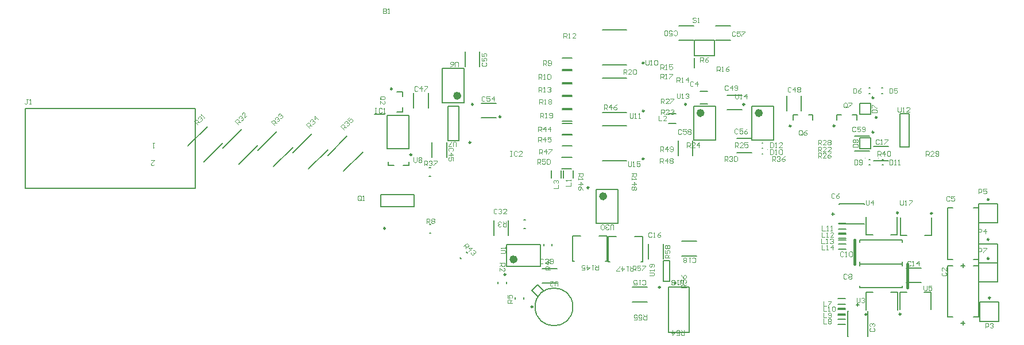
<source format=gbr>
%TF.GenerationSoftware,Altium Limited,Altium Designer,22.2.1 (43)*%
G04 Layer_Color=65535*
%FSLAX45Y45*%
%MOMM*%
%TF.SameCoordinates,3546A09D-0AB3-465C-A5BE-671B47EBA127*%
%TF.FilePolarity,Positive*%
%TF.FileFunction,Legend,Top*%
%TF.Part,Single*%
G01*
G75*
%TA.AperFunction,NonConductor*%
%ADD71C,0.20000*%
%ADD72C,0.10000*%
%ADD82C,0.25000*%
%ADD83C,0.60000*%
%ADD84C,0.15000*%
%ADD85C,0.40000*%
%ADD86C,0.12700*%
D71*
X15210001Y3210000D02*
X15489999D01*
X15489999Y2930000D02*
Y3210000D01*
X15210001Y2930000D02*
X15489999D01*
X15210001Y2930000D02*
Y3210000D01*
X15189999Y2991000D02*
Y3751000D01*
X14730000Y2991000D02*
X14806000D01*
X15114000Y2991000D02*
X15189999Y2991000D01*
X14729999Y3751000D02*
X14730000Y2991000D01*
X14729999Y3751000D02*
X14806000Y3751000D01*
X15114000D02*
X15189999Y3751000D01*
X14960001Y2870999D02*
Y2931000D01*
X14929999Y2901000D02*
X14989999Y2901000D01*
X14030000Y3100000D02*
Y3360000D01*
X14129999Y3360000D01*
X14489999D02*
X14489999Y3100000D01*
X14389999Y3360000D02*
X14489999D01*
X13114999Y2880000D02*
X13225000D01*
X13114999Y3021100D02*
X13225000D01*
X13114999Y2960000D02*
X13225000D01*
X13114999Y3101100D02*
X13225000D01*
X13114999Y3040000D02*
X13225000D01*
X13114999Y3181100D02*
X13225000D01*
X13115001Y3120000D02*
X13225000D01*
X13114999Y3261100D02*
X13225000D01*
X13260001Y2710000D02*
Y3079999D01*
X13553999D02*
X13560001Y3079999D01*
X13260001Y3079999D02*
X13266000Y3079999D01*
X13560001Y2710000D02*
Y3079999D01*
X13553999Y2710000D02*
X13560001D01*
X13260001D02*
X13266000D01*
X13407500Y3194999D02*
X13407500Y3152499D01*
X13386082Y3173133D02*
X13428584Y3173132D01*
X13534032Y3095583D02*
Y3355583D01*
X13629031D01*
X13994031Y3095583D02*
Y3355583D01*
X13899030Y3355583D02*
X13994031Y3355583D01*
X13435001Y3775000D02*
X13435001Y3747500D01*
X14064999Y3775000D02*
X14064999Y3747500D01*
X13435001Y3425000D02*
Y3452500D01*
X14064999Y3425000D02*
X14064999Y3452500D01*
X13435001Y3775000D02*
X14064999D01*
X13435001Y3425000D02*
X14064999Y3425000D01*
X14065001Y3775000D02*
Y3802500D01*
X13435001Y3774999D02*
Y3802499D01*
X14065001Y4097500D02*
Y4125000D01*
X13435001Y4097500D02*
X13435001Y4125000D01*
X13435001Y3774999D02*
X14065001Y3775000D01*
X13435001Y4125000D02*
X14065001Y4125000D01*
X13125000Y3990000D02*
X13235001D01*
X13125000Y4131100D02*
X13235001D01*
X13121194Y4068205D02*
X13231194D01*
X13121193Y4209305D02*
X13231194D01*
X13125000Y4150000D02*
X13235001D01*
X13125000Y4291100D02*
X13235001D01*
X13127669Y4229224D02*
X13237668D01*
X13127669Y4370325D02*
X13237668D01*
X10539216Y3516619D02*
X10539216Y3826619D01*
X10639216Y3516619D02*
Y3826619D01*
X10539216D02*
X10639216D01*
X10539216Y3516619D02*
X10639216Y3516619D01*
X10810000Y4107499D02*
X11030000Y4107500D01*
X10810000Y3892500D02*
X11030000Y3892500D01*
X10087858Y3431837D02*
X10307858Y3431838D01*
X10087858Y3216838D02*
X10307857D01*
X10619499Y2765064D02*
X10919499D01*
X10619499Y3435064D02*
X10919499D01*
X10919499Y2765064D01*
X10619499D02*
Y3435064D01*
X14120000Y3717500D02*
X14339999Y3717499D01*
X14120000Y3502500D02*
X14339999D01*
X7834282Y6686347D02*
X7834283Y6906347D01*
X7619283D02*
X7619283Y6686347D01*
X7855268Y5931369D02*
X8075268Y5931368D01*
X7855268Y6146368D02*
X8075268Y6146368D01*
X7077500Y6075000D02*
X7077500Y6295000D01*
X6862500D02*
X6862500Y6075000D01*
X7364260Y6096760D02*
X7524260D01*
X7364260Y5596760D02*
X7524260D01*
X7364260D02*
Y6096760D01*
X7524260Y5596760D02*
Y6096760D01*
X7092361Y4231698D02*
X7112361D01*
X7092361Y4356698D02*
X7112361D01*
X7090000Y5067500D02*
X7110000D01*
X7090000Y5192500D02*
X7110000D01*
X9712900Y3812900D02*
Y4187900D01*
X9207900Y3812900D02*
X9232900D01*
X9687900D02*
X9712900D01*
X9207900D02*
Y4187900D01*
X9322900D01*
X9597900D02*
X9712900D01*
X9554400Y4372700D02*
X9874400D01*
X9554400Y4872700D02*
X9874400D01*
Y4372700D02*
Y4872700D01*
X9554400Y4372700D02*
Y4872700D01*
X10237500Y3807500D02*
Y4182500D01*
X9732500Y3807500D02*
X9757500D01*
X10212500D02*
X10237500D01*
X9732500D02*
Y4182500D01*
X9847500D01*
X10122500D02*
X10237500D01*
X6375000Y4622097D02*
X6865000D01*
Y4797903D01*
X6375000D02*
X6865000D01*
X6375000Y4622097D02*
Y4797903D01*
X4563751Y5445222D02*
X4846594Y5728064D01*
X4797096Y5211877D02*
X5079939Y5494719D01*
X4048575Y5479321D02*
X4331418Y5762164D01*
X4281921Y5245976D02*
X4564763Y5528819D01*
X5078927Y5411123D02*
X5361770Y5693965D01*
X5312272Y5177777D02*
X5595115Y5460620D01*
X5594103Y5377023D02*
X5876945Y5659866D01*
X5827448Y5143678D02*
X6110291Y5426521D01*
X10770000Y7072500D02*
X10990000D01*
X10770000Y7287500D02*
X10990000D01*
X11310000Y7072500D02*
X11530000D01*
X11310000Y7287500D02*
X11530000D01*
X11000000Y6845000D02*
Y7075000D01*
X11300000D01*
Y6845000D02*
Y7075000D01*
X11000000Y6845000D02*
X11300000D01*
X11000000Y6670000D02*
Y6810000D01*
X10324216Y3846619D02*
X10324217Y4066619D01*
X10539216Y3846620D02*
X10539216Y4066620D01*
X15189999Y3790000D02*
Y4070000D01*
X15189999Y3790000D02*
X15470000D01*
Y4070000D01*
X15189999Y4070000D02*
X15470000D01*
X14929999Y3750000D02*
X14989999D01*
X14960001Y3720000D02*
Y3780000D01*
X15113998Y4600000D02*
X15189999Y4599999D01*
X14730000Y4600000D02*
X14806000D01*
X14730000Y3840000D02*
Y4600000D01*
X15113998Y3840000D02*
X15189999D01*
X14730000D02*
X14806000D01*
X15189999Y4599999D02*
X15189999Y3840000D01*
X13042574Y4488506D02*
X13042575Y4531005D01*
X13020708Y4509921D02*
X13063208Y4509922D01*
X13505708Y4362422D02*
Y4368422D01*
X13505708Y4656422D02*
X13505708Y4662422D01*
X13135709Y4662422D02*
X13505708Y4662422D01*
X13135709Y4362422D02*
Y4368422D01*
Y4656422D02*
Y4662422D01*
Y4362422D02*
X13505708D01*
X15189999Y4380000D02*
Y4660000D01*
X15189999Y4380000D02*
X15470000D01*
Y4660000D01*
X15189999Y4660000D02*
X15470000D01*
X13531502Y4203490D02*
X13631502Y4203491D01*
X13531502Y4203490D02*
Y4463490D01*
X13891502Y4203491D02*
X13991502D01*
X13991502Y4463490D02*
X13991502Y4203491D01*
X14034792Y4196393D02*
X14134790Y4196393D01*
X14034792Y4196393D02*
Y4456393D01*
X14394791Y4196393D02*
X14494791Y4196393D01*
X14494791Y4456393D02*
X14494791Y4196393D01*
X15189999Y3510000D02*
Y3790000D01*
X15189999Y3510000D02*
X15470000D01*
Y3790000D01*
X15189999Y3790000D02*
X15470000D01*
X12362500Y6035000D02*
Y6255000D01*
X12577500Y6035000D02*
Y6255000D01*
X7347500Y5345000D02*
Y5565000D01*
X7132500Y5345000D02*
Y5565000D01*
X13639999Y5507500D02*
X13860001D01*
X13639999Y5292500D02*
X13860001D01*
X9210000Y5045000D02*
Y5155000D01*
X9068900Y5045000D02*
Y5155000D01*
X8890000Y5045000D02*
Y5155000D01*
X9031100Y5045000D02*
Y5155000D01*
X8733500Y3742500D02*
Y4062500D01*
X8233500Y3742500D02*
Y4062500D01*
X8733500D01*
X8233500Y3742500D02*
X8733500D01*
X8230660Y3488860D02*
Y3508860D01*
X8105660Y3488860D02*
Y3508860D01*
X8486760Y4423360D02*
X8506760D01*
X8486760Y4298360D02*
X8506760D01*
X8903760Y4046060D02*
Y4066060D01*
X8778760Y4046060D02*
Y4066060D01*
X8357500Y3260000D02*
Y3280000D01*
X8482500Y3260000D02*
Y3280000D01*
X8688577Y3465833D02*
X8779157Y3375253D01*
X8605987Y3383243D02*
X8696567Y3292662D01*
X8605987Y3383243D02*
X8688577Y3465833D01*
X13767644Y5315362D02*
X13782443D01*
X13767644Y5235379D02*
X13782443D01*
X13574649Y5314688D02*
X13589449D01*
X13574649Y5234704D02*
X13589449D01*
X13761804Y6290902D02*
X13776604D01*
X13761804Y6370886D02*
X13776604D01*
X13574535Y6290888D02*
X13589334D01*
X13574535Y6370872D02*
X13589334D01*
X13434860Y6140660D02*
X13594859D01*
Y5984660D02*
Y6140660D01*
X13434860Y5984660D02*
Y6140660D01*
Y5984660D02*
X13594859D01*
X13434860Y5632660D02*
X13594859D01*
Y5476660D02*
Y5632660D01*
X13434860Y5476660D02*
Y5632660D01*
Y5476660D02*
X13594859D01*
X14031158Y5990410D02*
X14166962D01*
Y5499910D02*
Y5990410D01*
X14031158Y5499910D02*
X14166962D01*
X14031158D02*
Y5990410D01*
X13328160Y5976860D02*
X13394160D01*
Y5895360D02*
Y5976860D01*
X13102161D02*
X13168159D01*
X13102161Y5895360D02*
Y5976860D01*
X12680460Y5975260D02*
X12746460D01*
Y5893760D02*
Y5975260D01*
X12454460D02*
X12520460D01*
X12454460Y5893760D02*
Y5975260D01*
X11994817Y5483124D02*
X12009617D01*
X11994817Y5563108D02*
X12009617D01*
X11996160Y5480343D02*
X12010960D01*
X11996160Y5400360D02*
X12010960D01*
X10617269Y5987849D02*
X10727268D01*
X10617269Y5846749D02*
X10727268D01*
X9642803Y6713702D02*
X9997803D01*
X9642803Y7223702D02*
X9997803D01*
X9642803Y5299769D02*
X9997803D01*
X9642803Y5809769D02*
X9997803D01*
X9642803Y6006735D02*
X9997803D01*
X9642803Y6516735D02*
X9997803D01*
X9045015Y5176438D02*
X9190015D01*
X9045015Y5346438D02*
X9190015D01*
X9048113Y5514093D02*
X9193113D01*
X9048113Y5684093D02*
X9193113D01*
X9048673Y5679910D02*
X9193673D01*
X9048673Y5849910D02*
X9193673D01*
X9049303Y5880402D02*
X9194303D01*
X9049303Y6050402D02*
X9194303D01*
X9049303Y6070902D02*
X9194303D01*
X9049303Y6240902D02*
X9194303D01*
X9049303Y6261402D02*
X9194303D01*
X9049303Y6431402D02*
X9194303D01*
X9049303Y6642402D02*
X9194303D01*
X9049303Y6812402D02*
X9194303D01*
X9049303Y6451902D02*
X9194303D01*
X9049303Y6621902D02*
X9194303D01*
X6790000Y5230000D02*
Y5280000D01*
X6710000Y5230000D02*
X6790000D01*
X6490000D02*
Y5280000D01*
Y5230000D02*
X6570000D01*
X7548735Y3862877D02*
X7562877Y3848735D01*
X7637123Y3951265D02*
X7651265Y3937123D01*
X9050177Y5345782D02*
X9195177D01*
X9050177Y5515782D02*
X9195177D01*
X3766745Y5280075D02*
X4049588Y5562918D01*
X3533400Y5513420D02*
X3816242Y5796263D01*
X7284260Y6655560D02*
X7604260D01*
X7284260Y6155560D02*
X7604260D01*
X7284260D02*
Y6655560D01*
X7604260Y6155560D02*
Y6655560D01*
X6614960Y6311368D02*
X6696460D01*
Y6245368D02*
Y6311368D01*
X6614960Y6019368D02*
X6696460D01*
Y6085368D01*
X6283960Y5978868D02*
X6436460D01*
X6471460Y5475868D02*
Y5965868D01*
Y5475868D02*
X6791460D01*
Y5965868D01*
X6471460D02*
X6791460D01*
X8042500Y4415000D02*
X8042500Y4195000D01*
X8257500D02*
X8257500Y4415000D01*
X8760000Y3492500D02*
X8980000D01*
X8760000Y3707500D02*
X8980000D01*
X11480186Y6050975D02*
X11700186D01*
X11480186Y6265975D02*
X11700186D01*
X13360001Y5442500D02*
X13580000D01*
X13360001Y5657500D02*
X13580000D01*
X10977500Y5370000D02*
Y5590000D01*
X10762500Y5370000D02*
Y5590000D01*
X11625000Y5412500D02*
X11845000D01*
X11625000Y5627500D02*
X11845000D01*
X11084960Y6317760D02*
X11194960D01*
X11084960Y6137760D02*
X11194960D01*
X11850000Y5600000D02*
X12170000D01*
X11850000Y6100000D02*
X12170000D01*
Y5600000D02*
Y6100000D01*
X11850000Y5600000D02*
Y6100000D01*
X10989553Y5600851D02*
X11309553D01*
X10989553Y6100851D02*
X11309553D01*
Y5600851D02*
Y6100851D01*
X10989553Y5600851D02*
Y6100851D01*
D72*
X13710043Y5335378D02*
G03*
X13710043Y5335378I-5000J0D01*
G01*
X13517049Y5334704D02*
G03*
X13517049Y5334704I-5000J0D01*
G01*
X13844205Y6270886D02*
G03*
X13844205Y6270886I-5000J0D01*
G01*
X13656934Y6270872D02*
G03*
X13656934Y6270872I-5000J0D01*
G01*
X12077217Y5463108D02*
G03*
X12077217Y5463108I-5000J0D01*
G01*
X11938560Y5500360D02*
G03*
X11938560Y5500360I-5000J0D01*
G01*
X2990348Y5302200D02*
X3037000D01*
X2990348Y5255549D01*
Y5243886D01*
X3002011Y5232223D01*
X3025337D01*
X3037000Y5243886D01*
Y5557000D02*
X3013674D01*
X3025337D01*
Y5487022D01*
X3037000Y5498685D01*
X7016697Y5225011D02*
Y5294989D01*
X7051685D01*
X7063348Y5283326D01*
Y5260000D01*
X7051685Y5248337D01*
X7016697D01*
X7040022D02*
X7063348Y5225011D01*
X7086674Y5283326D02*
X7098337Y5294989D01*
X7121663D01*
X7133326Y5283326D01*
Y5271663D01*
X7121663Y5260000D01*
X7110000D01*
X7121663D01*
X7133326Y5248337D01*
Y5236674D01*
X7121663Y5225011D01*
X7098337D01*
X7086674Y5236674D01*
X7156652Y5294989D02*
X7203303D01*
Y5283326D01*
X7156652Y5236674D01*
Y5225011D01*
X7051685Y4375011D02*
Y4444989D01*
X7086674D01*
X7098337Y4433326D01*
Y4410000D01*
X7086674Y4398337D01*
X7051685D01*
X7075011D02*
X7098337Y4375011D01*
X7121663Y4433326D02*
X7133326Y4444989D01*
X7156652D01*
X7168315Y4433326D01*
Y4421663D01*
X7156652Y4410000D01*
X7168315Y4398337D01*
Y4386674D01*
X7156652Y4375011D01*
X7133326D01*
X7121663Y4386674D01*
Y4398337D01*
X7133326Y4410000D01*
X7121663Y4421663D01*
Y4433326D01*
X7133326Y4410000D02*
X7156652D01*
X6086460Y4725026D02*
Y4771678D01*
X6074797Y4783341D01*
X6051471D01*
X6039808Y4771678D01*
Y4725026D01*
X6051471Y4713363D01*
X6074797D01*
X6063134Y4736689D02*
X6086460Y4713363D01*
X6074797D02*
X6086460Y4725026D01*
X6109786Y4713363D02*
X6133111D01*
X6121449D01*
Y4783341D01*
X6109786Y4771678D01*
X11024532Y7396375D02*
X11012869Y7408038D01*
X10989543D01*
X10977880Y7396375D01*
Y7384712D01*
X10989543Y7373049D01*
X11012869D01*
X11024532Y7361386D01*
Y7349723D01*
X11012869Y7338060D01*
X10989543D01*
X10977880Y7349723D01*
X11047858Y7338060D02*
X11071183D01*
X11059520D01*
Y7408038D01*
X11047858Y7396375D01*
X11087100Y6751320D02*
Y6821298D01*
X11122089D01*
X11133752Y6809635D01*
Y6786309D01*
X11122089Y6774646D01*
X11087100D01*
X11110426D02*
X11133752Y6751320D01*
X11203729Y6821298D02*
X11180403Y6809635D01*
X11157078Y6786309D01*
Y6762983D01*
X11168740Y6751320D01*
X11192066D01*
X11203729Y6762983D01*
Y6774646D01*
X11192066Y6786309D01*
X11157078D01*
X10336727Y3599148D02*
X10395042D01*
X10406705Y3610811D01*
Y3634136D01*
X10395042Y3645799D01*
X10336727D01*
X10406705Y3669125D02*
Y3692451D01*
Y3680788D01*
X10336727D01*
X10348390Y3669125D01*
X10395042Y3727440D02*
X10406705Y3739103D01*
Y3762429D01*
X10395042Y3774092D01*
X10348390D01*
X10336727Y3762429D01*
Y3739103D01*
X10348390Y3727440D01*
X10360053D01*
X10371716Y3739103D01*
Y3774092D01*
X10837472Y3465011D02*
Y3523326D01*
X10825809Y3534989D01*
X10802483D01*
X10790820Y3523326D01*
Y3465011D01*
X10767494Y3534989D02*
X10744168D01*
X10755831D01*
Y3465011D01*
X10767494Y3476674D01*
X10709179D02*
X10697517Y3465011D01*
X10674191D01*
X10662528Y3476674D01*
Y3488337D01*
X10674191Y3500000D01*
X10662528Y3511663D01*
Y3523326D01*
X10674191Y3534989D01*
X10697517D01*
X10709179Y3523326D01*
Y3511663D01*
X10697517Y3500000D01*
X10709179Y3488337D01*
Y3476674D01*
X10697517Y3500000D02*
X10674191D01*
X14033501Y4710558D02*
Y4652243D01*
X14045163Y4640580D01*
X14068489D01*
X14080151Y4652243D01*
Y4710558D01*
X14103477Y4640580D02*
X14126804D01*
X14115140D01*
Y4710558D01*
X14103477Y4698895D01*
X14161792Y4710558D02*
X14208444D01*
Y4698895D01*
X14161792Y4652243D01*
Y4640580D01*
X14381685Y3454989D02*
Y3396674D01*
X14393349Y3385011D01*
X14416673D01*
X14428337Y3396674D01*
Y3454989D01*
X14498315D02*
X14451663D01*
Y3420000D01*
X14474989Y3431663D01*
X14486652D01*
X14498315Y3420000D01*
Y3396674D01*
X14486652Y3385011D01*
X14463326D01*
X14451663Y3396674D01*
X13528040Y4715638D02*
Y4657323D01*
X13539703Y4645660D01*
X13563029D01*
X13574692Y4657323D01*
Y4715638D01*
X13633006Y4645660D02*
Y4715638D01*
X13598018Y4680649D01*
X13644669D01*
X13391685Y3274989D02*
Y3216674D01*
X13403348Y3205011D01*
X13426674D01*
X13438338Y3216674D01*
Y3274989D01*
X13461662Y3263326D02*
X13473326Y3274989D01*
X13496652D01*
X13508315Y3263326D01*
Y3251663D01*
X13496652Y3240000D01*
X13484988D01*
X13496652D01*
X13508315Y3228337D01*
Y3216674D01*
X13496652Y3205011D01*
X13473326D01*
X13461662Y3216674D01*
X10636705Y3863316D02*
X10566727D01*
Y3898305D01*
X10578390Y3909968D01*
X10601716D01*
X10613379Y3898305D01*
Y3863316D01*
Y3886642D02*
X10636705Y3909968D01*
X10566727Y3979945D02*
Y3933294D01*
X10601716D01*
X10590053Y3956619D01*
Y3968282D01*
X10601716Y3979945D01*
X10625042D01*
X10636705Y3968282D01*
Y3944957D01*
X10625042Y3933294D01*
X10578390Y4003271D02*
X10566727Y4014934D01*
Y4038260D01*
X10578390Y4049923D01*
X10590053D01*
X10601716Y4038260D01*
X10613379Y4049923D01*
X10625042D01*
X10636705Y4038260D01*
Y4014934D01*
X10625042Y4003271D01*
X10613379D01*
X10601716Y4014934D01*
X10590053Y4003271D01*
X10578390D01*
X10601716Y4014934D02*
Y4038260D01*
X10090807Y3676704D02*
Y3746681D01*
X10125795D01*
X10137458Y3735018D01*
Y3711693D01*
X10125795Y3700030D01*
X10090807D01*
X10114132D02*
X10137458Y3676704D01*
X10207436Y3746681D02*
X10160784D01*
Y3711693D01*
X10184110Y3723356D01*
X10195773D01*
X10207436Y3711693D01*
Y3688367D01*
X10195773Y3676704D01*
X10172447D01*
X10160784Y3688367D01*
X10230762Y3746681D02*
X10277413D01*
Y3735018D01*
X10230762Y3688367D01*
Y3676704D01*
X10876705Y3423316D02*
X10806727D01*
Y3458305D01*
X10818390Y3469968D01*
X10841716D01*
X10853379Y3458305D01*
Y3423316D01*
Y3446642D02*
X10876705Y3469968D01*
X10806727Y3539945D02*
Y3493293D01*
X10841716D01*
X10830053Y3516619D01*
Y3528282D01*
X10841716Y3539945D01*
X10865042D01*
X10876705Y3528282D01*
Y3504956D01*
X10865042Y3493293D01*
X10806727Y3609923D02*
X10818390Y3586597D01*
X10841716Y3563271D01*
X10865042D01*
X10876705Y3574934D01*
Y3598260D01*
X10865042Y3609923D01*
X10853379D01*
X10841716Y3598260D01*
Y3563271D01*
X10293303Y3024989D02*
Y2955011D01*
X10258315D01*
X10246652Y2966674D01*
Y2990000D01*
X10258315Y3001663D01*
X10293303D01*
X10269977D02*
X10246652Y3024989D01*
X10176674Y2955011D02*
X10223326D01*
Y2990000D01*
X10200000Y2978337D01*
X10188337D01*
X10176674Y2990000D01*
Y3013326D01*
X10188337Y3024989D01*
X10211663D01*
X10223326Y3013326D01*
X10106697Y2955011D02*
X10153348D01*
Y2990000D01*
X10130022Y2978337D01*
X10118359D01*
X10106697Y2990000D01*
Y3013326D01*
X10118359Y3024989D01*
X10141685D01*
X10153348Y3013326D01*
X10850803Y2794988D02*
Y2725011D01*
X10815815D01*
X10804152Y2736674D01*
Y2760000D01*
X10815815Y2771662D01*
X10850803D01*
X10827477D02*
X10804152Y2794988D01*
X10734174Y2725011D02*
X10780826D01*
Y2760000D01*
X10757500Y2748337D01*
X10745837D01*
X10734174Y2760000D01*
Y2783325D01*
X10745837Y2794988D01*
X10769163D01*
X10780826Y2783325D01*
X10675860Y2794988D02*
Y2725011D01*
X10710848Y2760000D01*
X10664197D01*
X15189200Y3939540D02*
Y4009518D01*
X15224190D01*
X15235852Y3997855D01*
Y3974529D01*
X15224190Y3962866D01*
X15189200D01*
X15259178Y4009518D02*
X15305829D01*
Y3997855D01*
X15259178Y3951203D01*
Y3939540D01*
X15189200Y4810760D02*
Y4880738D01*
X15224190D01*
X15235852Y4869075D01*
Y4845749D01*
X15224190Y4834086D01*
X15189200D01*
X15305829Y4880738D02*
X15259178D01*
Y4845749D01*
X15282503Y4857412D01*
X15294167D01*
X15305829Y4845749D01*
Y4822423D01*
X15294167Y4810760D01*
X15270840D01*
X15259178Y4822423D01*
X15189200Y4221480D02*
Y4291458D01*
X15224190D01*
X15235852Y4279795D01*
Y4256469D01*
X15224190Y4244806D01*
X15189200D01*
X15294167Y4221480D02*
Y4291458D01*
X15259178Y4256469D01*
X15305829D01*
X15289577Y2829416D02*
Y2899394D01*
X15324565D01*
X15336227Y2887731D01*
Y2864405D01*
X15324565Y2852742D01*
X15289577D01*
X15359554Y2887731D02*
X15371217Y2899394D01*
X15394542D01*
X15406206Y2887731D01*
Y2876068D01*
X15394542Y2864405D01*
X15382880D01*
X15394542D01*
X15406206Y2852742D01*
Y2841079D01*
X15394542Y2829416D01*
X15371217D01*
X15359554Y2841079D01*
X12876335Y4051228D02*
Y3981251D01*
X12922987D01*
X12946312D02*
X12969638D01*
X12957974D01*
Y4051228D01*
X12946312Y4039565D01*
X13039616Y3981251D02*
Y4051228D01*
X13004626Y4016240D01*
X13051279D01*
X12872528Y4144989D02*
Y4075011D01*
X12919180D01*
X12942506D02*
X12965833D01*
X12954169D01*
Y4144989D01*
X12942506Y4133326D01*
X13000819D02*
X13012483Y4144989D01*
X13035809D01*
X13047472Y4133326D01*
Y4121663D01*
X13035809Y4110000D01*
X13024146D01*
X13035809D01*
X13047472Y4098337D01*
Y4086674D01*
X13035809Y4075011D01*
X13012483D01*
X13000819Y4086674D01*
X12876335Y4242339D02*
Y4172362D01*
X12922987D01*
X12946312D02*
X12969638D01*
X12957974D01*
Y4242339D01*
X12946312Y4230677D01*
X13051279Y4172362D02*
X13004626D01*
X13051279Y4219014D01*
Y4230677D01*
X13039616Y4242339D01*
X13016290D01*
X13004626Y4230677D01*
X12880666Y4337120D02*
Y4267142D01*
X12927318D01*
X12950642D02*
X12973969D01*
X12962306D01*
Y4337120D01*
X12950642Y4325457D01*
X13008958Y4267142D02*
X13032285D01*
X13020621D01*
Y4337120D01*
X13008958Y4325457D01*
X12902528Y3144989D02*
Y3075011D01*
X12949181D01*
X12972507D02*
X12995831D01*
X12984169D01*
Y3144989D01*
X12972507Y3133326D01*
X13030820D02*
X13042484Y3144989D01*
X13065810D01*
X13077472Y3133326D01*
Y3086674D01*
X13065810Y3075011D01*
X13042484D01*
X13030820Y3086674D01*
Y3133326D01*
X12901685Y3054989D02*
Y2985011D01*
X12948337D01*
X12971663Y2996674D02*
X12983327Y2985011D01*
X13006651D01*
X13018315Y2996674D01*
Y3043326D01*
X13006651Y3054989D01*
X12983327D01*
X12971663Y3043326D01*
Y3031663D01*
X12983327Y3020000D01*
X13018315D01*
X12901685Y2964989D02*
Y2895011D01*
X12948337D01*
X12971663Y2953326D02*
X12983327Y2964989D01*
X13006651D01*
X13018315Y2953326D01*
Y2941663D01*
X13006651Y2930000D01*
X13018315Y2918337D01*
Y2906674D01*
X13006651Y2895011D01*
X12983327D01*
X12971663Y2906674D01*
Y2918337D01*
X12983327Y2930000D01*
X12971663Y2941663D01*
Y2953326D01*
X12983327Y2930000D02*
X13006651D01*
X12901685Y3224989D02*
Y3155011D01*
X12948337D01*
X12971663Y3224989D02*
X13018315D01*
Y3213326D01*
X12971663Y3166674D01*
Y3155011D01*
X10965820Y3806674D02*
X10977483Y3795011D01*
X11000809D01*
X11012472Y3806674D01*
Y3853326D01*
X11000809Y3864988D01*
X10977483D01*
X10965820Y3853326D01*
X10942494Y3864988D02*
X10919168D01*
X10930831D01*
Y3795011D01*
X10942494Y3806674D01*
X10884180D02*
X10872517Y3795011D01*
X10849191D01*
X10837528Y3806674D01*
Y3818337D01*
X10849191Y3830000D01*
X10837528Y3841663D01*
Y3853326D01*
X10849191Y3864988D01*
X10872517D01*
X10884180Y3853326D01*
Y3841663D01*
X10872517Y3830000D01*
X10884180Y3818337D01*
Y3806674D01*
X10872517Y3830000D02*
X10849191D01*
X10371752Y4226455D02*
X10360089Y4238118D01*
X10336763D01*
X10325100Y4226455D01*
Y4179803D01*
X10336763Y4168140D01*
X10360089D01*
X10371752Y4179803D01*
X10395078Y4168140D02*
X10418403D01*
X10406740D01*
Y4238118D01*
X10395078Y4226455D01*
X10500044Y4238118D02*
X10476718Y4226455D01*
X10453392Y4203129D01*
Y4179803D01*
X10465055Y4168140D01*
X10488381D01*
X10500044Y4179803D01*
Y4191466D01*
X10488381Y4203129D01*
X10453392D01*
X10230820Y3476674D02*
X10242483Y3465011D01*
X10265809D01*
X10277471Y3476674D01*
Y3523326D01*
X10265809Y3534989D01*
X10242483D01*
X10230820Y3523326D01*
X10207494Y3534989D02*
X10184168D01*
X10195831D01*
Y3465011D01*
X10207494Y3476674D01*
X10102528Y3465011D02*
X10149179D01*
Y3500000D01*
X10125854Y3488337D01*
X10114191D01*
X10102528Y3500000D01*
Y3523326D01*
X10114191Y3534989D01*
X10137516D01*
X10149179Y3523326D01*
X14189180Y3803326D02*
X14177518Y3814989D01*
X14154192D01*
X14142528Y3803326D01*
Y3756674D01*
X14154192Y3745011D01*
X14177518D01*
X14189180Y3756674D01*
X14212506Y3745011D02*
X14235832D01*
X14224168D01*
Y3814989D01*
X14212506Y3803326D01*
X14305809Y3745011D02*
Y3814989D01*
X14270821Y3780000D01*
X14317471D01*
X13199181Y3943326D02*
X13187517Y3954989D01*
X13164191D01*
X13152528Y3943326D01*
Y3896674D01*
X13164191Y3885011D01*
X13187517D01*
X13199181Y3896674D01*
X13222507Y3885011D02*
X13245831D01*
X13234169D01*
Y3954989D01*
X13222507Y3943326D01*
X13280820D02*
X13292484Y3954989D01*
X13315810D01*
X13327472Y3943326D01*
Y3896674D01*
X13315810Y3885011D01*
X13292484D01*
X13280820Y3896674D01*
Y3943326D01*
X13248337Y3613326D02*
X13236674Y3624989D01*
X13213348D01*
X13201685Y3613326D01*
Y3566674D01*
X13213348Y3555011D01*
X13236674D01*
X13248337Y3566674D01*
X13271663Y3613326D02*
X13283327Y3624989D01*
X13306651D01*
X13318314Y3613326D01*
Y3601663D01*
X13306651Y3590000D01*
X13318314Y3578337D01*
Y3566674D01*
X13306651Y3555011D01*
X13283327D01*
X13271663Y3566674D01*
Y3578337D01*
X13283327Y3590000D01*
X13271663Y3601663D01*
Y3613326D01*
X13283327Y3590000D02*
X13306651D01*
X13066692Y4803035D02*
X13055029Y4814698D01*
X13031703D01*
X13020039Y4803035D01*
Y4756383D01*
X13031703Y4744720D01*
X13055029D01*
X13066692Y4756383D01*
X13136668Y4814698D02*
X13113342Y4803035D01*
X13090018Y4779709D01*
Y4756383D01*
X13101680Y4744720D01*
X13125006D01*
X13136668Y4756383D01*
Y4768046D01*
X13125006Y4779709D01*
X13090018D01*
X14763412Y4762395D02*
X14751749Y4774058D01*
X14728423D01*
X14716760Y4762395D01*
Y4715743D01*
X14728423Y4704080D01*
X14751749D01*
X14763412Y4715743D01*
X14833389Y4774058D02*
X14786739D01*
Y4739069D01*
X14810063Y4750732D01*
X14821725D01*
X14833389Y4739069D01*
Y4715743D01*
X14821725Y4704080D01*
X14798399D01*
X14786739Y4715743D01*
X13596674Y2828337D02*
X13585011Y2816674D01*
Y2793348D01*
X13596674Y2781686D01*
X13643326D01*
X13654988Y2793348D01*
Y2816674D01*
X13643326Y2828337D01*
X13596674Y2851663D02*
X13585011Y2863326D01*
Y2886652D01*
X13596674Y2898315D01*
X13608337D01*
X13620000Y2886652D01*
Y2874989D01*
Y2886652D01*
X13631664Y2898315D01*
X13643326D01*
X13654988Y2886652D01*
Y2863326D01*
X13643326Y2851663D01*
X14656674Y3648337D02*
X14645010Y3636674D01*
Y3613348D01*
X14656674Y3601685D01*
X14703326D01*
X14714989Y3613348D01*
Y3636674D01*
X14703326Y3648337D01*
X14714989Y3718314D02*
Y3671663D01*
X14668336Y3718314D01*
X14656674D01*
X14645010Y3706651D01*
Y3683326D01*
X14656674Y3671663D01*
X1174412Y6201538D02*
X1151086D01*
X1162749D01*
Y6143223D01*
X1151086Y6131560D01*
X1139423D01*
X1127760Y6143223D01*
X1197738Y6131560D02*
X1221063D01*
X1209400D01*
Y6201538D01*
X1197738Y6189875D01*
X8988474Y3449571D02*
Y3507886D01*
X8976811Y3519548D01*
X8953486D01*
X8941823Y3507886D01*
Y3449571D01*
X8871845Y3519548D02*
X8918497D01*
X8871845Y3472897D01*
Y3461234D01*
X8883508Y3449571D01*
X8906834D01*
X8918497Y3461234D01*
X8143711Y3932048D02*
X8202026D01*
X8213688Y3943711D01*
Y3967037D01*
X8202026Y3978700D01*
X8143711D01*
X8213688Y4002026D02*
Y4025352D01*
Y4013689D01*
X8143711D01*
X8155374Y4002026D01*
X8315288Y3200585D02*
X8245311D01*
Y3235574D01*
X8256974Y3247237D01*
X8280300D01*
X8291963Y3235574D01*
Y3200585D01*
Y3223911D02*
X8315288Y3247237D01*
X8245311Y3317214D02*
Y3270563D01*
X8280300D01*
X8268637Y3293889D01*
Y3305551D01*
X8280300Y3317214D01*
X8303626D01*
X8315288Y3305551D01*
Y3282226D01*
X8303626Y3270563D01*
X8876248Y3691345D02*
X8806271D01*
Y3726334D01*
X8817934Y3737997D01*
X8841259D01*
X8852922Y3726334D01*
Y3691345D01*
Y3714671D02*
X8876248Y3737997D01*
Y3796312D02*
X8806271D01*
X8841259Y3761323D01*
Y3807975D01*
X8223274Y4395848D02*
Y4325871D01*
X8188286D01*
X8176623Y4337534D01*
Y4360860D01*
X8188286Y4372523D01*
X8223274D01*
X8199949D02*
X8176623Y4395848D01*
X8153297Y4337534D02*
X8141634Y4325871D01*
X8118308D01*
X8106645Y4337534D01*
Y4349197D01*
X8118308Y4360860D01*
X8129971D01*
X8118308D01*
X8106645Y4372523D01*
Y4384186D01*
X8118308Y4395848D01*
X8141634D01*
X8153297Y4384186D01*
X8133171Y3785774D02*
X8203148D01*
Y3750785D01*
X8191485Y3739122D01*
X8168159D01*
X8156497Y3750785D01*
Y3785774D01*
Y3762448D02*
X8133171Y3739122D01*
Y3669145D02*
Y3715796D01*
X8179822Y3669145D01*
X8191485D01*
X8203148Y3680808D01*
Y3704134D01*
X8191485Y3715796D01*
X9807703Y4282911D02*
Y4341226D01*
X9796040Y4352889D01*
X9772714D01*
X9761051Y4341226D01*
Y4282911D01*
X9737725Y4294574D02*
X9726062Y4282911D01*
X9702736D01*
X9691074Y4294574D01*
Y4306237D01*
X9702736Y4317900D01*
X9714399D01*
X9702736D01*
X9691074Y4329563D01*
Y4341226D01*
X9702736Y4352889D01*
X9726062D01*
X9737725Y4341226D01*
X9667748Y4294574D02*
X9656085Y4282911D01*
X9632759D01*
X9621096Y4294574D01*
Y4341226D01*
X9632759Y4352889D01*
X9656085D01*
X9667748Y4341226D01*
Y4294574D01*
X6861685Y5344989D02*
Y5286674D01*
X6873348Y5275011D01*
X6896674D01*
X6908337Y5286674D01*
Y5344989D01*
X6931663Y5333326D02*
X6943326Y5344989D01*
X6966652D01*
X6978314Y5333326D01*
Y5321663D01*
X6966652Y5310000D01*
X6978314Y5298337D01*
Y5286674D01*
X6966652Y5275011D01*
X6943326D01*
X6931663Y5286674D01*
Y5298337D01*
X6943326Y5310000D01*
X6931663Y5321663D01*
Y5333326D01*
X6943326Y5310000D02*
X6966652D01*
X10073111Y5109761D02*
X10143089D01*
Y5074772D01*
X10131426Y5063109D01*
X10108100D01*
X10096437Y5074772D01*
Y5109761D01*
Y5086435D02*
X10073111Y5063109D01*
Y5039783D02*
Y5016457D01*
Y5028120D01*
X10143089D01*
X10131426Y5039783D01*
X10073111Y4946480D02*
X10143089D01*
X10108100Y4981469D01*
Y4934817D01*
X10131426Y4911491D02*
X10143089Y4899828D01*
Y4876502D01*
X10131426Y4864839D01*
X10119763D01*
X10108100Y4876502D01*
X10096437Y4864839D01*
X10084774D01*
X10073111Y4876502D01*
Y4899828D01*
X10084774Y4911491D01*
X10096437D01*
X10108100Y4899828D01*
X10119763Y4911491D01*
X10131426D01*
X10108100Y4899828D02*
Y4876502D01*
X10094761Y3737888D02*
Y3667911D01*
X10059772D01*
X10048109Y3679574D01*
Y3702899D01*
X10059772Y3714562D01*
X10094761D01*
X10071435D02*
X10048109Y3737888D01*
X10024783D02*
X10001457D01*
X10013120D01*
Y3667911D01*
X10024783Y3679574D01*
X9931480Y3737888D02*
Y3667911D01*
X9966469Y3702899D01*
X9919817D01*
X9896491Y3667911D02*
X9849839D01*
Y3679574D01*
X9896491Y3726225D01*
Y3737888D01*
X9285711Y5109761D02*
X9355689D01*
Y5074772D01*
X9344026Y5063109D01*
X9320700D01*
X9309037Y5074772D01*
Y5109761D01*
Y5086435D02*
X9285711Y5063109D01*
Y5039783D02*
Y5016457D01*
Y5028120D01*
X9355689D01*
X9344026Y5039783D01*
X9285711Y4946480D02*
X9355689D01*
X9320700Y4981469D01*
Y4934817D01*
X9355689Y4864839D02*
X9344026Y4888165D01*
X9320700Y4911491D01*
X9297374D01*
X9285711Y4899828D01*
Y4876502D01*
X9297374Y4864839D01*
X9309037D01*
X9320700Y4876502D01*
Y4911491D01*
X9582860Y3755989D02*
Y3686011D01*
X9547872D01*
X9536209Y3697674D01*
Y3721000D01*
X9547872Y3732663D01*
X9582860D01*
X9559535D02*
X9536209Y3755989D01*
X9512883D02*
X9489557D01*
X9501220D01*
Y3686011D01*
X9512883Y3697674D01*
X9419580Y3755989D02*
Y3686011D01*
X9454568Y3721000D01*
X9407917D01*
X9337939Y3686011D02*
X9384591D01*
Y3721000D01*
X9361265Y3709337D01*
X9349602D01*
X9337939Y3721000D01*
Y3744326D01*
X9349602Y3755989D01*
X9372928D01*
X9384591Y3744326D01*
X8684311Y5249161D02*
Y5319139D01*
X8719300D01*
X8730963Y5307476D01*
Y5284150D01*
X8719300Y5272487D01*
X8684311D01*
X8707637D02*
X8730963Y5249161D01*
X8800940Y5319139D02*
X8754289D01*
Y5284150D01*
X8777615Y5295813D01*
X8789278D01*
X8800940Y5284150D01*
Y5260824D01*
X8789278Y5249161D01*
X8765952D01*
X8754289Y5260824D01*
X8824266Y5307476D02*
X8835929Y5319139D01*
X8859255D01*
X8870918Y5307476D01*
Y5260824D01*
X8859255Y5249161D01*
X8835929D01*
X8824266Y5260824D01*
Y5307476D01*
X8729531Y5930413D02*
Y6000391D01*
X8764520D01*
X8776183Y5988728D01*
Y5965402D01*
X8764520Y5953739D01*
X8729531D01*
X8752857D02*
X8776183Y5930413D01*
X8799508D02*
X8822834D01*
X8811171D01*
Y6000391D01*
X8799508Y5988728D01*
X8857823Y5942076D02*
X8869486Y5930413D01*
X8892812D01*
X8904475Y5942076D01*
Y5988728D01*
X8892812Y6000391D01*
X8869486D01*
X8857823Y5988728D01*
Y5977065D01*
X8869486Y5965402D01*
X8904475D01*
X8716831Y6133613D02*
Y6203591D01*
X8751820D01*
X8763483Y6191928D01*
Y6168602D01*
X8751820Y6156939D01*
X8716831D01*
X8740157D02*
X8763483Y6133613D01*
X8786808D02*
X8810134D01*
X8798471D01*
Y6203591D01*
X8786808Y6191928D01*
X8845123D02*
X8856786Y6203591D01*
X8880112D01*
X8891775Y6191928D01*
Y6180265D01*
X8880112Y6168602D01*
X8891775Y6156939D01*
Y6145276D01*
X8880112Y6133613D01*
X8856786D01*
X8845123Y6145276D01*
Y6156939D01*
X8856786Y6168602D01*
X8845123Y6180265D01*
Y6191928D01*
X8856786Y6168602D02*
X8880112D01*
X8704131Y6311413D02*
Y6381391D01*
X8739120D01*
X8750783Y6369728D01*
Y6346402D01*
X8739120Y6334739D01*
X8704131D01*
X8727457D02*
X8750783Y6311413D01*
X8774108D02*
X8797434D01*
X8785771D01*
Y6381391D01*
X8774108Y6369728D01*
X8832423D02*
X8844086Y6381391D01*
X8867412D01*
X8879075Y6369728D01*
Y6358065D01*
X8867412Y6346402D01*
X8855749D01*
X8867412D01*
X8879075Y6334739D01*
Y6323076D01*
X8867412Y6311413D01*
X8844086D01*
X8832423Y6323076D01*
X8704131Y6501913D02*
Y6571891D01*
X8739120D01*
X8750783Y6560228D01*
Y6536902D01*
X8739120Y6525239D01*
X8704131D01*
X8727457D02*
X8750783Y6501913D01*
X8774108D02*
X8797434D01*
X8785771D01*
Y6571891D01*
X8774108Y6560228D01*
X8832423D02*
X8844086Y6571891D01*
X8867412D01*
X8879075Y6560228D01*
Y6513576D01*
X8867412Y6501913D01*
X8844086D01*
X8832423Y6513576D01*
Y6560228D01*
X8771388Y6705113D02*
Y6775091D01*
X8806377D01*
X8818040Y6763428D01*
Y6740102D01*
X8806377Y6728439D01*
X8771388D01*
X8794714D02*
X8818040Y6705113D01*
X8841366Y6716776D02*
X8853029Y6705113D01*
X8876354D01*
X8888017Y6716776D01*
Y6763428D01*
X8876354Y6775091D01*
X8853029D01*
X8841366Y6763428D01*
Y6751765D01*
X8853029Y6740102D01*
X8888017D01*
X6288951Y6072248D02*
X6312277D01*
X6300614D01*
Y6002271D01*
X6288951D01*
X6312277D01*
X6393917Y6060586D02*
X6382254Y6072248D01*
X6358928D01*
X6347265Y6060586D01*
Y6013934D01*
X6358928Y6002271D01*
X6382254D01*
X6393917Y6013934D01*
X6417243Y6002271D02*
X6440569D01*
X6428906D01*
Y6072248D01*
X6417243Y6060586D01*
X8283888Y5437248D02*
X8307214D01*
X8295551D01*
Y5367271D01*
X8283888D01*
X8307214D01*
X8388854Y5425586D02*
X8377191Y5437248D01*
X8353865D01*
X8342203Y5425586D01*
Y5378934D01*
X8353865Y5367271D01*
X8377191D01*
X8388854Y5378934D01*
X8458832Y5367271D02*
X8412180D01*
X8458832Y5413923D01*
Y5425586D01*
X8447169Y5437248D01*
X8423843D01*
X8412180Y5425586D01*
X10023788Y5284848D02*
Y5226534D01*
X10035451Y5214871D01*
X10058777D01*
X10070440Y5226534D01*
Y5284848D01*
X10093765Y5214871D02*
X10117091D01*
X10105428D01*
Y5284848D01*
X10093765Y5273186D01*
X10198732Y5284848D02*
X10152080D01*
Y5249860D01*
X10175406Y5261523D01*
X10187069D01*
X10198732Y5249860D01*
Y5226534D01*
X10187069Y5214871D01*
X10163743D01*
X10152080Y5226534D01*
X11602720Y6282818D02*
Y6224503D01*
X11614383Y6212840D01*
X11637709D01*
X11649372Y6224503D01*
Y6282818D01*
X11672698Y6212840D02*
X11696023D01*
X11684360D01*
Y6282818D01*
X11672698Y6271155D01*
X11766001Y6212840D02*
Y6282818D01*
X11731012Y6247829D01*
X11777664D01*
X10741660Y6285358D02*
Y6227043D01*
X10753323Y6215380D01*
X10776649D01*
X10788312Y6227043D01*
Y6285358D01*
X10811638Y6215380D02*
X10834963D01*
X10823300D01*
Y6285358D01*
X10811638Y6273695D01*
X10869952D02*
X10881615Y6285358D01*
X10904941D01*
X10916604Y6273695D01*
Y6262032D01*
X10904941Y6250369D01*
X10893278D01*
X10904941D01*
X10916604Y6238706D01*
Y6227043D01*
X10904941Y6215380D01*
X10881615D01*
X10869952Y6227043D01*
X13998888Y6084948D02*
Y6026634D01*
X14010551Y6014971D01*
X14033878D01*
X14045540Y6026634D01*
Y6084948D01*
X14068864Y6014971D02*
X14092191D01*
X14080528D01*
Y6084948D01*
X14068864Y6073286D01*
X14173833Y6014971D02*
X14127180D01*
X14173833Y6061623D01*
Y6073286D01*
X14162169Y6084948D01*
X14138843D01*
X14127180Y6073286D01*
X10048151Y5996048D02*
Y5937734D01*
X10059814Y5926071D01*
X10083140D01*
X10094803Y5937734D01*
Y5996048D01*
X10118128Y5926071D02*
X10141454D01*
X10129791D01*
Y5996048D01*
X10118128Y5984386D01*
X10176443Y5926071D02*
X10199769D01*
X10188106D01*
Y5996048D01*
X10176443Y5984386D01*
X10281031Y6780691D02*
Y6722376D01*
X10292694Y6710713D01*
X10316020D01*
X10327683Y6722376D01*
Y6780691D01*
X10351009Y6710713D02*
X10374334D01*
X10362671D01*
Y6780691D01*
X10351009Y6769028D01*
X10409323D02*
X10420986Y6780691D01*
X10444312D01*
X10455975Y6769028D01*
Y6722376D01*
X10444312Y6710713D01*
X10420986D01*
X10409323Y6722376D01*
Y6769028D01*
X7489874Y5506971D02*
Y5565286D01*
X7478211Y5576948D01*
X7454886D01*
X7443223Y5565286D01*
Y5506971D01*
X7419897D02*
X7373245D01*
Y5518634D01*
X7419897Y5565286D01*
Y5576948D01*
X7518315Y6685011D02*
Y6743326D01*
X7506652Y6754989D01*
X7483326D01*
X7471663Y6743326D01*
Y6685011D01*
X7401685D02*
X7425011Y6696674D01*
X7448337Y6720000D01*
Y6743326D01*
X7436674Y6754989D01*
X7413348D01*
X7401685Y6743326D01*
Y6731663D01*
X7413348Y6720000D01*
X7448337D01*
X10497797Y5435011D02*
Y5504989D01*
X10532785D01*
X10544448Y5493326D01*
Y5470000D01*
X10532785Y5458337D01*
X10497797D01*
X10521122D02*
X10544448Y5435011D01*
X10602763D02*
Y5504989D01*
X10567774Y5470000D01*
X10614426D01*
X10637752Y5446674D02*
X10649415Y5435011D01*
X10672740D01*
X10684403Y5446674D01*
Y5493326D01*
X10672740Y5504989D01*
X10649415D01*
X10637752Y5493326D01*
Y5481663D01*
X10649415Y5470000D01*
X10684403D01*
X10495605Y5263305D02*
Y5333283D01*
X10530594D01*
X10542257Y5321620D01*
Y5298294D01*
X10530594Y5286631D01*
X10495605D01*
X10518931D02*
X10542257Y5263305D01*
X10600572D02*
Y5333283D01*
X10565583Y5298294D01*
X10612235D01*
X10635560Y5321620D02*
X10647223Y5333283D01*
X10670549D01*
X10682212Y5321620D01*
Y5309957D01*
X10670549Y5298294D01*
X10682212Y5286631D01*
Y5274968D01*
X10670549Y5263305D01*
X10647223D01*
X10635560Y5274968D01*
Y5286631D01*
X10647223Y5298294D01*
X10635560Y5309957D01*
Y5321620D01*
X10647223Y5298294D02*
X10670549D01*
X9669780Y6052820D02*
Y6122798D01*
X9704769D01*
X9716432Y6111135D01*
Y6087809D01*
X9704769Y6076146D01*
X9669780D01*
X9693106D02*
X9716432Y6052820D01*
X9774746D02*
Y6122798D01*
X9739758Y6087809D01*
X9786409D01*
X9856387Y6122798D02*
X9833061Y6111135D01*
X9809735Y6087809D01*
Y6064483D01*
X9821398Y6052820D01*
X9844724D01*
X9856387Y6064483D01*
Y6076146D01*
X9844724Y6087809D01*
X9809735D01*
X13700957Y5367271D02*
Y5437248D01*
X13735945D01*
X13747607Y5425586D01*
Y5402260D01*
X13735945Y5390597D01*
X13700957D01*
X13724281D02*
X13747607Y5367271D01*
X13805923D02*
Y5437248D01*
X13770934Y5402260D01*
X13817586D01*
X13840910Y5425586D02*
X13852574Y5437248D01*
X13875900D01*
X13887563Y5425586D01*
Y5378934D01*
X13875900Y5367271D01*
X13852574D01*
X13840910Y5378934D01*
Y5425586D01*
X12148477Y5290252D02*
Y5360229D01*
X12183466D01*
X12195129Y5348566D01*
Y5325240D01*
X12183466Y5313577D01*
X12148477D01*
X12171803D02*
X12195129Y5290252D01*
X12218454Y5348566D02*
X12230117Y5360229D01*
X12253443D01*
X12265106Y5348566D01*
Y5336903D01*
X12253443Y5325240D01*
X12241780D01*
X12253443D01*
X12265106Y5313577D01*
Y5301914D01*
X12253443Y5290252D01*
X12230117D01*
X12218454Y5301914D01*
X12335084Y5360229D02*
X12311758Y5348566D01*
X12288432Y5325240D01*
Y5301914D01*
X12300095Y5290252D01*
X12323421D01*
X12335084Y5301914D01*
Y5313577D01*
X12323421Y5325240D01*
X12288432D01*
X11444056Y5291071D02*
Y5361048D01*
X11479045D01*
X11490708Y5349386D01*
Y5326060D01*
X11479045Y5314397D01*
X11444056D01*
X11467382D02*
X11490708Y5291071D01*
X11514034Y5349386D02*
X11525697Y5361048D01*
X11549023D01*
X11560686Y5349386D01*
Y5337723D01*
X11549023Y5326060D01*
X11537360D01*
X11549023D01*
X11560686Y5314397D01*
Y5302734D01*
X11549023Y5291071D01*
X11525697D01*
X11514034Y5302734D01*
X11584011Y5349386D02*
X11595674Y5361048D01*
X11619000D01*
X11630663Y5349386D01*
Y5302734D01*
X11619000Y5291071D01*
X11595674D01*
X11584011Y5302734D01*
Y5349386D01*
X14412157Y5367271D02*
Y5437248D01*
X14447145D01*
X14458807Y5425586D01*
Y5402260D01*
X14447145Y5390597D01*
X14412157D01*
X14435481D02*
X14458807Y5367271D01*
X14528786D02*
X14482133D01*
X14528786Y5413923D01*
Y5425586D01*
X14517123Y5437248D01*
X14493797D01*
X14482133Y5425586D01*
X14552110Y5378934D02*
X14563774Y5367271D01*
X14587100D01*
X14598763Y5378934D01*
Y5425586D01*
X14587100Y5437248D01*
X14563774D01*
X14552110Y5425586D01*
Y5413923D01*
X14563774Y5402260D01*
X14598763D01*
X12824657Y5532371D02*
Y5602348D01*
X12859645D01*
X12871307Y5590686D01*
Y5567360D01*
X12859645Y5555697D01*
X12824657D01*
X12847981D02*
X12871307Y5532371D01*
X12941286D02*
X12894633D01*
X12941286Y5579023D01*
Y5590686D01*
X12929623Y5602348D01*
X12906297D01*
X12894633Y5590686D01*
X12964610D02*
X12976274Y5602348D01*
X12999600D01*
X13011263Y5590686D01*
Y5579023D01*
X12999600Y5567360D01*
X13011263Y5555697D01*
Y5544034D01*
X12999600Y5532371D01*
X12976274D01*
X12964610Y5544034D01*
Y5555697D01*
X12976274Y5567360D01*
X12964610Y5579023D01*
Y5590686D01*
X12976274Y5567360D02*
X12999600D01*
X10507571Y6141421D02*
Y6211399D01*
X10542560D01*
X10554222Y6199736D01*
Y6176410D01*
X10542560Y6164747D01*
X10507571D01*
X10530897D02*
X10554222Y6141421D01*
X10624200D02*
X10577548D01*
X10624200Y6188073D01*
Y6199736D01*
X10612537Y6211399D01*
X10589211D01*
X10577548Y6199736D01*
X10647526Y6211399D02*
X10694177D01*
Y6199736D01*
X10647526Y6153084D01*
Y6141421D01*
X12824657Y5341871D02*
Y5411848D01*
X12859645D01*
X12871307Y5400186D01*
Y5376860D01*
X12859645Y5365197D01*
X12824657D01*
X12847981D02*
X12871307Y5341871D01*
X12941286D02*
X12894633D01*
X12941286Y5388523D01*
Y5400186D01*
X12929623Y5411848D01*
X12906297D01*
X12894633Y5400186D01*
X13011263Y5411848D02*
X12987936Y5400186D01*
X12964610Y5376860D01*
Y5353534D01*
X12976274Y5341871D01*
X12999600D01*
X13011263Y5353534D01*
Y5365197D01*
X12999600Y5376860D01*
X12964610D01*
X11600156Y5494271D02*
Y5564248D01*
X11635145D01*
X11646808Y5552586D01*
Y5529260D01*
X11635145Y5517597D01*
X11600156D01*
X11623482D02*
X11646808Y5494271D01*
X11716786D02*
X11670134D01*
X11716786Y5540923D01*
Y5552586D01*
X11705123Y5564248D01*
X11681797D01*
X11670134Y5552586D01*
X11786763Y5564248D02*
X11740111D01*
Y5529260D01*
X11763437Y5540923D01*
X11775100D01*
X11786763Y5529260D01*
Y5505934D01*
X11775100Y5494271D01*
X11751774D01*
X11740111Y5505934D01*
X10890556Y5494271D02*
Y5564248D01*
X10925545D01*
X10937208Y5552586D01*
Y5529260D01*
X10925545Y5517597D01*
X10890556D01*
X10913882D02*
X10937208Y5494271D01*
X11007186D02*
X10960534D01*
X11007186Y5540923D01*
Y5552586D01*
X10995523Y5564248D01*
X10972197D01*
X10960534Y5552586D01*
X11065500Y5494271D02*
Y5564248D01*
X11030511Y5529260D01*
X11077163D01*
X10508938Y5982657D02*
Y6052634D01*
X10543927D01*
X10555590Y6040971D01*
Y6017646D01*
X10543927Y6005983D01*
X10508938D01*
X10532264D02*
X10555590Y5982657D01*
X10625568D02*
X10578916D01*
X10625568Y6029308D01*
Y6040971D01*
X10613905Y6052634D01*
X10590579D01*
X10578916Y6040971D01*
X10648893D02*
X10660556Y6052634D01*
X10683882D01*
X10695545Y6040971D01*
Y6029308D01*
X10683882Y6017646D01*
X10672219D01*
X10683882D01*
X10695545Y6005983D01*
Y5994320D01*
X10683882Y5982657D01*
X10660556D01*
X10648893Y5994320D01*
X12824657Y5430771D02*
Y5500748D01*
X12859645D01*
X12871307Y5489086D01*
Y5465760D01*
X12859645Y5454097D01*
X12824657D01*
X12847981D02*
X12871307Y5430771D01*
X12941286D02*
X12894633D01*
X12941286Y5477423D01*
Y5489086D01*
X12929623Y5500748D01*
X12906297D01*
X12894633Y5489086D01*
X13011263Y5430771D02*
X12964610D01*
X13011263Y5477423D01*
Y5489086D01*
X12999600Y5500748D01*
X12976274D01*
X12964610Y5489086D01*
X9954456Y6573771D02*
Y6643748D01*
X9989445D01*
X10001108Y6632086D01*
Y6608760D01*
X9989445Y6597097D01*
X9954456D01*
X9977782D02*
X10001108Y6573771D01*
X10071086D02*
X10024434D01*
X10071086Y6620423D01*
Y6632086D01*
X10059423Y6643748D01*
X10036097D01*
X10024434Y6632086D01*
X10094411D02*
X10106074Y6643748D01*
X10129400D01*
X10141063Y6632086D01*
Y6585434D01*
X10129400Y6573771D01*
X10106074D01*
X10094411Y6585434D01*
Y6632086D01*
X10500245Y6507092D02*
Y6577070D01*
X10535233D01*
X10546896Y6565407D01*
Y6542081D01*
X10535233Y6530418D01*
X10500245D01*
X10523571D02*
X10546896Y6507092D01*
X10570222D02*
X10593548D01*
X10581885D01*
Y6577070D01*
X10570222Y6565407D01*
X10628537Y6577070D02*
X10675188D01*
Y6565407D01*
X10628537Y6518755D01*
Y6507092D01*
X11333480Y6614160D02*
Y6684138D01*
X11368469D01*
X11380132Y6672475D01*
Y6649149D01*
X11368469Y6637486D01*
X11333480D01*
X11356806D02*
X11380132Y6614160D01*
X11403458D02*
X11426783D01*
X11415120D01*
Y6684138D01*
X11403458Y6672475D01*
X11508424Y6684138D02*
X11485098Y6672475D01*
X11461772Y6649149D01*
Y6625823D01*
X11473435Y6614160D01*
X11496761D01*
X11508424Y6625823D01*
Y6637486D01*
X11496761Y6649149D01*
X11461772D01*
X10501128Y6645011D02*
Y6714989D01*
X10536117D01*
X10547780Y6703326D01*
Y6680000D01*
X10536117Y6668337D01*
X10501128D01*
X10524454D02*
X10547780Y6645011D01*
X10571106D02*
X10594432D01*
X10582769D01*
Y6714989D01*
X10571106Y6703326D01*
X10676072Y6714989D02*
X10629420D01*
Y6680000D01*
X10652746Y6691663D01*
X10664409D01*
X10676072Y6680000D01*
Y6656674D01*
X10664409Y6645011D01*
X10641083D01*
X10629420Y6656674D01*
X10740028Y6455011D02*
Y6524989D01*
X10775017D01*
X10786680Y6513326D01*
Y6490000D01*
X10775017Y6478337D01*
X10740028D01*
X10763354D02*
X10786680Y6455011D01*
X10810006D02*
X10833331D01*
X10821668D01*
Y6524989D01*
X10810006Y6513326D01*
X10903309Y6455011D02*
Y6524989D01*
X10868320Y6490000D01*
X10914972D01*
X9072880Y7106920D02*
Y7176898D01*
X9107869D01*
X9119532Y7165235D01*
Y7141909D01*
X9107869Y7130246D01*
X9072880D01*
X9096206D02*
X9119532Y7106920D01*
X9142858D02*
X9166183D01*
X9154520D01*
Y7176898D01*
X9142858Y7165235D01*
X9247824Y7106920D02*
X9201172D01*
X9247824Y7153572D01*
Y7165235D01*
X9236161Y7176898D01*
X9212835D01*
X9201172Y7165235D01*
X8711874Y5395793D02*
Y5465771D01*
X8746863D01*
X8758526Y5454108D01*
Y5430782D01*
X8746863Y5419119D01*
X8711874D01*
X8735200D02*
X8758526Y5395793D01*
X8816840D02*
Y5465771D01*
X8781851Y5430782D01*
X8828503D01*
X8851829Y5465771D02*
X8898481D01*
Y5454108D01*
X8851829Y5407456D01*
Y5395793D01*
X8697109Y5576804D02*
Y5646782D01*
X8732098D01*
X8743761Y5635119D01*
Y5611793D01*
X8732098Y5600130D01*
X8697109D01*
X8720435D02*
X8743761Y5576804D01*
X8802076D02*
Y5646782D01*
X8767087Y5611793D01*
X8813739D01*
X8883716Y5646782D02*
X8837064D01*
Y5611793D01*
X8860390Y5623456D01*
X8872053D01*
X8883716Y5611793D01*
Y5588467D01*
X8872053Y5576804D01*
X8848727D01*
X8837064Y5588467D01*
X8697669Y5729921D02*
Y5799899D01*
X8732658D01*
X8744321Y5788236D01*
Y5764910D01*
X8732658Y5753247D01*
X8697669D01*
X8720995D02*
X8744321Y5729921D01*
X8802636D02*
Y5799899D01*
X8767647Y5764910D01*
X8814299D01*
X8872613Y5729921D02*
Y5799899D01*
X8837624Y5764910D01*
X8884276D01*
X7599086Y4031037D02*
X7648568Y4080518D01*
X7673309Y4055778D01*
Y4039284D01*
X7656815Y4022790D01*
X7640321D01*
X7615580Y4047531D01*
X7632074Y4031037D02*
Y3998049D01*
X7673309Y3956815D02*
X7722790Y4006296D01*
X7673309D01*
X7706297Y3973308D01*
X7739284D02*
X7755778D01*
X7772272Y3956815D01*
Y3940321D01*
X7764025Y3932074D01*
X7747531D01*
X7739284Y3940321D01*
X7747531Y3932074D01*
Y3915580D01*
X7739284Y3907333D01*
X7722790D01*
X7706297Y3923827D01*
Y3940321D01*
X5836362Y5755556D02*
X5786880Y5805037D01*
X5811621Y5829778D01*
X5828115D01*
X5844609Y5813285D01*
Y5796791D01*
X5819868Y5772050D01*
X5836362Y5788544D02*
X5869349D01*
X5844609Y5846272D02*
Y5862766D01*
X5861103Y5879260D01*
X5877596D01*
X5885843Y5871013D01*
Y5854519D01*
X5877596Y5846272D01*
X5885843Y5854519D01*
X5902337D01*
X5910584Y5846272D01*
Y5829778D01*
X5894090Y5813285D01*
X5877596D01*
X5918831Y5936988D02*
X5885843Y5904001D01*
X5910584Y5879260D01*
X5918831Y5904001D01*
X5927078Y5912248D01*
X5943572D01*
X5960066Y5895754D01*
Y5879260D01*
X5943572Y5862766D01*
X5927078D01*
X5328362Y5780956D02*
X5278880Y5830437D01*
X5303621Y5855178D01*
X5320115D01*
X5336609Y5838685D01*
Y5822191D01*
X5311868Y5797450D01*
X5328362Y5813944D02*
X5361349D01*
X5336609Y5871672D02*
Y5888166D01*
X5353103Y5904660D01*
X5369596D01*
X5377843Y5896413D01*
Y5879919D01*
X5369596Y5871672D01*
X5377843Y5879919D01*
X5394337D01*
X5402584Y5871672D01*
Y5855178D01*
X5386090Y5838685D01*
X5369596D01*
X5452066Y5904660D02*
X5402584Y5954142D01*
Y5904660D01*
X5435572Y5937648D01*
X4807662Y5819056D02*
X4758180Y5868537D01*
X4782921Y5893278D01*
X4799415D01*
X4815909Y5876785D01*
Y5860291D01*
X4791168Y5835550D01*
X4807662Y5852044D02*
X4840649D01*
X4815909Y5909772D02*
Y5926266D01*
X4832403Y5942760D01*
X4848896D01*
X4857143Y5934513D01*
Y5918019D01*
X4848896Y5909772D01*
X4857143Y5918019D01*
X4873637D01*
X4881884Y5909772D01*
Y5893278D01*
X4865390Y5876785D01*
X4848896D01*
X4865390Y5959254D02*
Y5975748D01*
X4881884Y5992242D01*
X4898378D01*
X4906625Y5983994D01*
Y5967501D01*
X4898378Y5959254D01*
X4906625Y5967501D01*
X4923119D01*
X4931366Y5959254D01*
Y5942760D01*
X4914872Y5926266D01*
X4898378D01*
X4274262Y5831756D02*
X4224780Y5881237D01*
X4249521Y5905978D01*
X4266015D01*
X4282509Y5889485D01*
Y5872991D01*
X4257768Y5848250D01*
X4274262Y5864744D02*
X4307249D01*
X4282509Y5922472D02*
Y5938966D01*
X4299003Y5955460D01*
X4315496D01*
X4323743Y5947213D01*
Y5930719D01*
X4315496Y5922472D01*
X4323743Y5930719D01*
X4340237D01*
X4348484Y5922472D01*
Y5905978D01*
X4331990Y5889485D01*
X4315496D01*
X4406213Y5963707D02*
X4373225Y5930719D01*
Y5996694D01*
X4364978Y6004942D01*
X4348484D01*
X4331990Y5988448D01*
Y5971954D01*
X3672909Y5827303D02*
X3623427Y5876784D01*
X3648168Y5901525D01*
X3664662D01*
X3681155Y5885031D01*
Y5868537D01*
X3656415Y5843796D01*
X3672909Y5860290D02*
X3705896D01*
X3681155Y5918019D02*
Y5934513D01*
X3697649Y5951006D01*
X3714143D01*
X3722390Y5942760D01*
Y5926266D01*
X3714143Y5918019D01*
X3722390Y5926266D01*
X3738884D01*
X3747131Y5918019D01*
Y5901525D01*
X3730637Y5885031D01*
X3714143D01*
X3771872Y5926266D02*
X3788366Y5942760D01*
X3780119Y5934513D01*
X3730637Y5983994D01*
Y5967500D01*
X13249197Y6091734D02*
Y6138385D01*
X13237534Y6150048D01*
X13214207D01*
X13202545Y6138385D01*
Y6091734D01*
X13214207Y6080071D01*
X13237534D01*
X13225871Y6103397D02*
X13249197Y6080071D01*
X13237534D02*
X13249197Y6091734D01*
X13272523Y6150048D02*
X13319174D01*
Y6138385D01*
X13272523Y6091734D01*
Y6080071D01*
X12588337Y5686674D02*
Y5733326D01*
X12576674Y5744989D01*
X12553348D01*
X12541685Y5733326D01*
Y5686674D01*
X12553348Y5675011D01*
X12576674D01*
X12565011Y5698337D02*
X12588337Y5675011D01*
X12576674D02*
X12588337Y5686674D01*
X12658315Y5744989D02*
X12634989Y5733326D01*
X12611663Y5710000D01*
Y5686674D01*
X12623326Y5675011D01*
X12646652D01*
X12658315Y5686674D01*
Y5698337D01*
X12646652Y5710000D01*
X12611663D01*
X6376674Y6201663D02*
X6423326D01*
X6434989Y6213326D01*
Y6236651D01*
X6423326Y6248314D01*
X6376674D01*
X6365011Y6236651D01*
Y6213326D01*
X6388337Y6224989D02*
X6365011Y6201663D01*
Y6213326D02*
X6376674Y6201663D01*
X6365011Y6131685D02*
Y6178337D01*
X6411663Y6131685D01*
X6423326D01*
X6434989Y6143348D01*
Y6166674D01*
X6423326Y6178337D01*
X8925011Y4893685D02*
X8994989D01*
Y4940337D01*
X8936674Y4963663D02*
X8925011Y4975326D01*
Y4998652D01*
X8936674Y5010315D01*
X8948337D01*
X8960000Y4998652D01*
Y4986989D01*
Y4998652D01*
X8971663Y5010315D01*
X8983326D01*
X8994989Y4998652D01*
Y4975326D01*
X8983326Y4963663D01*
X10472045Y5957948D02*
Y5887971D01*
X10518697D01*
X10588674D02*
X10542023D01*
X10588674Y5934623D01*
Y5946286D01*
X10577011Y5957948D01*
X10553686D01*
X10542023Y5946286D01*
X9105011Y4926348D02*
X9174989D01*
Y4973000D01*
Y4996326D02*
Y5019651D01*
Y5007988D01*
X9105011D01*
X9116674Y4996326D01*
X12119288Y5564248D02*
Y5494271D01*
X12154277D01*
X12165940Y5505934D01*
Y5552586D01*
X12154277Y5564248D01*
X12119288D01*
X12189265Y5494271D02*
X12212591D01*
X12200928D01*
Y5564248D01*
X12189265Y5552586D01*
X12294232Y5494271D02*
X12247580D01*
X12294232Y5540923D01*
Y5552586D01*
X12282569Y5564248D01*
X12259243D01*
X12247580Y5552586D01*
X13877034Y5310367D02*
Y5240390D01*
X13912022D01*
X13923686Y5252053D01*
Y5298704D01*
X13912022Y5310367D01*
X13877034D01*
X13947012Y5240390D02*
X13970338D01*
X13958675D01*
Y5310367D01*
X13947012Y5298704D01*
X14005327Y5240390D02*
X14028651D01*
X14016989D01*
Y5310367D01*
X14005327Y5298704D01*
X12119288Y5462648D02*
Y5392671D01*
X12154277D01*
X12165940Y5404334D01*
Y5450986D01*
X12154277Y5462648D01*
X12119288D01*
X12189265Y5392671D02*
X12212591D01*
X12200928D01*
Y5462648D01*
X12189265Y5450986D01*
X12247580D02*
X12259243Y5462648D01*
X12282569D01*
X12294232Y5450986D01*
Y5404334D01*
X12282569Y5392671D01*
X12259243D01*
X12247580Y5404334D01*
Y5450986D01*
X13358633Y5309693D02*
Y5239715D01*
X13393623D01*
X13405286Y5251378D01*
Y5298030D01*
X13393623Y5309693D01*
X13358633D01*
X13428612Y5251378D02*
X13440276Y5239715D01*
X13463600D01*
X13475262Y5251378D01*
Y5298030D01*
X13463600Y5309693D01*
X13440276D01*
X13428612Y5298030D01*
Y5286367D01*
X13440276Y5274704D01*
X13475262D01*
X13340170Y5496345D02*
X13410149D01*
Y5531334D01*
X13398486Y5542997D01*
X13351834D01*
X13340170Y5531334D01*
Y5496345D01*
X13351834Y5566323D02*
X13340170Y5577986D01*
Y5601311D01*
X13351834Y5612974D01*
X13363496D01*
X13375160Y5601311D01*
X13386823Y5612974D01*
X13398486D01*
X13410149Y5601311D01*
Y5577986D01*
X13398486Y5566323D01*
X13386823D01*
X13375160Y5577986D01*
X13363496Y5566323D01*
X13351834D01*
X13375160Y5577986D02*
Y5601311D01*
X13619571Y6004345D02*
X13689548D01*
Y6039334D01*
X13677885Y6050997D01*
X13631235D01*
X13619571Y6039334D01*
Y6004345D01*
Y6074323D02*
Y6120974D01*
X13631235D01*
X13677885Y6074323D01*
X13689548D01*
X13342245Y6364348D02*
Y6294371D01*
X13377234D01*
X13388898Y6306034D01*
Y6352686D01*
X13377234Y6364348D01*
X13342245D01*
X13458875D02*
X13435548Y6352686D01*
X13412222Y6329360D01*
Y6306034D01*
X13423886Y6294371D01*
X13447211D01*
X13458875Y6306034D01*
Y6317697D01*
X13447211Y6329360D01*
X13412222D01*
X13875645Y6364348D02*
Y6294371D01*
X13910634D01*
X13922298Y6306034D01*
Y6352686D01*
X13910634Y6364348D01*
X13875645D01*
X13992274D02*
X13945622D01*
Y6329360D01*
X13968948Y6341023D01*
X13980611D01*
X13992274Y6329360D01*
Y6306034D01*
X13980611Y6294371D01*
X13957286D01*
X13945622Y6306034D01*
X13376572Y5786015D02*
X13364909Y5797678D01*
X13341583D01*
X13329919Y5786015D01*
Y5739363D01*
X13341583Y5727700D01*
X13364909D01*
X13376572Y5739363D01*
X13446548Y5797678D02*
X13399898D01*
Y5762689D01*
X13423222Y5774352D01*
X13434886D01*
X13446548Y5762689D01*
Y5739363D01*
X13434886Y5727700D01*
X13411560D01*
X13399898Y5739363D01*
X13469875D02*
X13481538Y5727700D01*
X13504865D01*
X13516527Y5739363D01*
Y5786015D01*
X13504865Y5797678D01*
X13481538D01*
X13469875Y5786015D01*
Y5774352D01*
X13481538Y5762689D01*
X13516527D01*
X10808632Y5747915D02*
X10796969Y5759578D01*
X10773643D01*
X10761980Y5747915D01*
Y5701263D01*
X10773643Y5689600D01*
X10796969D01*
X10808632Y5701263D01*
X10878609Y5759578D02*
X10831958D01*
Y5724589D01*
X10855283Y5736252D01*
X10866946D01*
X10878609Y5724589D01*
Y5701263D01*
X10866946Y5689600D01*
X10843620D01*
X10831958Y5701263D01*
X10901935Y5747915D02*
X10913598Y5759578D01*
X10936924D01*
X10948587Y5747915D01*
Y5736252D01*
X10936924Y5724589D01*
X10948587Y5712926D01*
Y5701263D01*
X10936924Y5689600D01*
X10913598D01*
X10901935Y5701263D01*
Y5712926D01*
X10913598Y5724589D01*
X10901935Y5736252D01*
Y5747915D01*
X10913598Y5724589D02*
X10936924D01*
X11603348Y7193326D02*
X11591685Y7204989D01*
X11568360D01*
X11556697Y7193326D01*
Y7146674D01*
X11568360Y7135011D01*
X11591685D01*
X11603348Y7146674D01*
X11673326Y7204989D02*
X11626674D01*
Y7170000D01*
X11650000Y7181663D01*
X11661663D01*
X11673326Y7170000D01*
Y7146674D01*
X11661663Y7135011D01*
X11638337D01*
X11626674Y7146674D01*
X11696652Y7204989D02*
X11743303D01*
Y7193326D01*
X11696652Y7146674D01*
Y7135011D01*
X11641752Y5755535D02*
X11630089Y5767198D01*
X11606763D01*
X11595100Y5755535D01*
Y5708883D01*
X11606763Y5697220D01*
X11630089D01*
X11641752Y5708883D01*
X11711729Y5767198D02*
X11665078D01*
Y5732209D01*
X11688403Y5743872D01*
X11700066D01*
X11711729Y5732209D01*
Y5708883D01*
X11700066Y5697220D01*
X11676740D01*
X11665078Y5708883D01*
X11781707Y5767198D02*
X11758381Y5755535D01*
X11735055Y5732209D01*
Y5708883D01*
X11746718Y5697220D01*
X11770044D01*
X11781707Y5708883D01*
Y5720546D01*
X11770044Y5732209D01*
X11735055D01*
X7876674Y6743348D02*
X7865011Y6731685D01*
Y6708359D01*
X7876674Y6696697D01*
X7923325D01*
X7934988Y6708359D01*
Y6731685D01*
X7923325Y6743348D01*
X7865011Y6813326D02*
Y6766674D01*
X7899999D01*
X7888337Y6790000D01*
Y6801663D01*
X7899999Y6813326D01*
X7923325D01*
X7934988Y6801663D01*
Y6778337D01*
X7923325Y6766674D01*
X7865011Y6883303D02*
Y6836652D01*
X7899999D01*
X7888337Y6859977D01*
Y6871640D01*
X7899999Y6883303D01*
X7923325D01*
X7934988Y6871640D01*
Y6848314D01*
X7923325Y6836652D01*
X7913348Y6233326D02*
X7901685Y6244989D01*
X7878360D01*
X7866697Y6233326D01*
Y6186674D01*
X7878360Y6175011D01*
X7901685D01*
X7913348Y6186674D01*
X7983326Y6244989D02*
X7936674D01*
Y6210000D01*
X7960000Y6221663D01*
X7971663D01*
X7983326Y6210000D01*
Y6186674D01*
X7971663Y6175011D01*
X7948337D01*
X7936674Y6186674D01*
X8041641Y6175011D02*
Y6244989D01*
X8006652Y6210000D01*
X8053303D01*
X10696652Y7156674D02*
X10708315Y7145011D01*
X10731640D01*
X10743303Y7156674D01*
Y7203326D01*
X10731640Y7214989D01*
X10708315D01*
X10696652Y7203326D01*
X10626674Y7145011D02*
X10673326D01*
Y7180000D01*
X10650000Y7168337D01*
X10638337D01*
X10626674Y7180000D01*
Y7203326D01*
X10638337Y7214989D01*
X10661663D01*
X10673326Y7203326D01*
X10603348Y7156674D02*
X10591685Y7145011D01*
X10568360D01*
X10556697Y7156674D01*
Y7203326D01*
X10568360Y7214989D01*
X10591685D01*
X10603348Y7203326D01*
Y7156674D01*
X11496972Y6395615D02*
X11485309Y6407278D01*
X11461983D01*
X11450320Y6395615D01*
Y6348963D01*
X11461983Y6337300D01*
X11485309D01*
X11496972Y6348963D01*
X11555286Y6337300D02*
Y6407278D01*
X11520298Y6372289D01*
X11566949D01*
X11590275Y6348963D02*
X11601938Y6337300D01*
X11625264D01*
X11636927Y6348963D01*
Y6395615D01*
X11625264Y6407278D01*
X11601938D01*
X11590275Y6395615D01*
Y6383952D01*
X11601938Y6372289D01*
X11636927D01*
X12423348Y6368326D02*
X12411685Y6379989D01*
X12388360D01*
X12376697Y6368326D01*
Y6321674D01*
X12388360Y6310011D01*
X12411685D01*
X12423348Y6321674D01*
X12481663Y6310011D02*
Y6379989D01*
X12446674Y6345000D01*
X12493326D01*
X12516652Y6368326D02*
X12528315Y6379989D01*
X12551640D01*
X12563303Y6368326D01*
Y6356663D01*
X12551640Y6345000D01*
X12563303Y6333337D01*
Y6321674D01*
X12551640Y6310011D01*
X12528315D01*
X12516652Y6321674D01*
Y6333337D01*
X12528315Y6345000D01*
X12516652Y6356663D01*
Y6368326D01*
X12528315Y6345000D02*
X12551640D01*
X6923348Y6383326D02*
X6911685Y6394989D01*
X6888360D01*
X6876697Y6383326D01*
Y6336674D01*
X6888360Y6325011D01*
X6911685D01*
X6923348Y6336674D01*
X6981663Y6325011D02*
Y6394989D01*
X6946674Y6360000D01*
X6993326D01*
X7016652Y6394989D02*
X7063303D01*
Y6383326D01*
X7016652Y6336674D01*
Y6325011D01*
X7433326Y5436651D02*
X7444989Y5448314D01*
Y5471640D01*
X7433326Y5483303D01*
X7386674D01*
X7375011Y5471640D01*
Y5448314D01*
X7386674Y5436651D01*
X7375011Y5378337D02*
X7444989D01*
X7410000Y5413325D01*
Y5366674D01*
X7444989Y5296696D02*
Y5343348D01*
X7410000D01*
X7421663Y5320022D01*
Y5308359D01*
X7410000Y5296696D01*
X7386674D01*
X7375011Y5308359D01*
Y5331685D01*
X7386674Y5343348D01*
X8776632Y3837835D02*
X8764969Y3849498D01*
X8741643D01*
X8729980Y3837835D01*
Y3791183D01*
X8741643Y3779520D01*
X8764969D01*
X8776632Y3791183D01*
X8799958Y3837835D02*
X8811620Y3849498D01*
X8834946D01*
X8846609Y3837835D01*
Y3826172D01*
X8834946Y3814509D01*
X8823283D01*
X8834946D01*
X8846609Y3802846D01*
Y3791183D01*
X8834946Y3779520D01*
X8811620D01*
X8799958Y3791183D01*
X8869935D02*
X8881598Y3779520D01*
X8904924D01*
X8916587Y3791183D01*
Y3837835D01*
X8904924Y3849498D01*
X8881598D01*
X8869935Y3837835D01*
Y3826172D01*
X8881598Y3814509D01*
X8916587D01*
X8088292Y4574435D02*
X8076629Y4586098D01*
X8053303D01*
X8041640Y4574435D01*
Y4527783D01*
X8053303Y4516120D01*
X8076629D01*
X8088292Y4527783D01*
X8111618Y4574435D02*
X8123280Y4586098D01*
X8146606D01*
X8158269Y4574435D01*
Y4562772D01*
X8146606Y4551109D01*
X8134943D01*
X8146606D01*
X8158269Y4539446D01*
Y4527783D01*
X8146606Y4516120D01*
X8123280D01*
X8111618Y4527783D01*
X8228247Y4516120D02*
X8181595D01*
X8228247Y4562772D01*
Y4574435D01*
X8216584Y4586098D01*
X8193258D01*
X8181595Y4574435D01*
X13723080Y5601126D02*
X13711417Y5612789D01*
X13688091D01*
X13676428Y5601126D01*
Y5554474D01*
X13688091Y5542811D01*
X13711417D01*
X13723080Y5554474D01*
X13746407Y5542811D02*
X13769731D01*
X13758067D01*
Y5612789D01*
X13746407Y5601126D01*
X13804720Y5612789D02*
X13851372D01*
Y5601126D01*
X13804720Y5554474D01*
Y5542811D01*
X10986432Y6456575D02*
X10974769Y6468238D01*
X10951443D01*
X10939780Y6456575D01*
Y6409923D01*
X10951443Y6398260D01*
X10974769D01*
X10986432Y6409923D01*
X11044746Y6398260D02*
Y6468238D01*
X11009758Y6433249D01*
X11056409D01*
X6410960Y7540118D02*
Y7470140D01*
X6445949D01*
X6457612Y7481803D01*
Y7493466D01*
X6445949Y7505129D01*
X6410960D01*
X6445949D01*
X6457612Y7516792D01*
Y7528455D01*
X6445949Y7540118D01*
X6410960D01*
X6480938Y7470140D02*
X6504263D01*
X6492600D01*
Y7540118D01*
X6480938Y7528455D01*
D82*
X15362500Y3275000D02*
G03*
X15362500Y3275000I-12500J0D01*
G01*
X14042500Y3035000D02*
G03*
X14042500Y3035000I-12500J0D01*
G01*
X13541530Y3030583D02*
G03*
X13541530Y3030583I-12500J0D01*
G01*
X10729216Y3494119D02*
G03*
X10729216Y3494119I-12500J0D01*
G01*
X10496999Y3430064D02*
G03*
X10496999Y3430064I-12500J0D01*
G01*
X7701760Y5566260D02*
G03*
X7701760Y5566260I-12500J0D01*
G01*
X9444400Y4900700D02*
G03*
X9444400Y4900700I-12500J0D01*
G01*
X6442000Y4299690D02*
G03*
X6442000Y4299690I-12500J0D01*
G01*
X15342500Y4135000D02*
G03*
X15342500Y4135000I-12500J0D01*
G01*
Y4725000D02*
G03*
X15342500Y4725000I-12500J0D01*
G01*
X14004002Y4528491D02*
G03*
X14004002Y4528491I-12500J0D01*
G01*
X14507291Y4521392D02*
G03*
X14507291Y4521392I-12500J0D01*
G01*
X15342500Y3855000D02*
G03*
X15342500Y3855000I-12500J0D01*
G01*
X8218000Y3620000D02*
G03*
X8218000Y3620000I-12500J0D01*
G01*
X8617660Y3141660D02*
G03*
X8617660Y3141660I-12500J0D01*
G01*
X13643359Y6226160D02*
G03*
X13643359Y6226160I-12500J0D01*
G01*
Y5718160D02*
G03*
X13643359Y5718160I-12500J0D01*
G01*
X13691742Y5935660D02*
G03*
X13691742Y5935660I-12500J0D01*
G01*
X13070660Y5811860D02*
G03*
X13070660Y5811860I-12500J0D01*
G01*
X12422960Y5810260D02*
G03*
X12422960Y5810260I-12500J0D01*
G01*
X10257803Y6738702D02*
G03*
X10257803Y6738702I-12500J0D01*
G01*
Y5324769D02*
G03*
X10257803Y5324769I-12500J0D01*
G01*
Y6031735D02*
G03*
X10257803Y6031735I-12500J0D01*
G01*
X6832500Y5385000D02*
G03*
X6832500Y5385000I-12500J0D01*
G01*
X8146360Y5945560D02*
G03*
X8146360Y5945560I-12500J0D01*
G01*
X7739260Y6127560D02*
G03*
X7739260Y6127560I-12500J0D01*
G01*
X6543960Y6355368D02*
G03*
X6543960Y6355368I-12500J0D01*
G01*
X11740000Y6128000D02*
G03*
X11740000Y6128000I-12500J0D01*
G01*
X10879553Y6128851D02*
G03*
X10879553Y6128851I-12500J0D01*
G01*
D83*
X9684400Y4772700D02*
G03*
X9684400Y4772700I-30000J0D01*
G01*
X8363500Y3842500D02*
G03*
X8363500Y3842500I-30000J0D01*
G01*
X7534260Y6255560D02*
G03*
X7534260Y6255560I-30000J0D01*
G01*
X11980000Y6000000D02*
G03*
X11980000Y6000000I-30000J0D01*
G01*
X11119553Y6000851D02*
G03*
X11119553Y6000851I-30000J0D01*
G01*
D84*
X9208310Y3141660D02*
G03*
X9208310Y3141660I-278150J0D01*
G01*
D85*
X14137492Y3424992D02*
Y3774992D01*
X13362509Y3775008D02*
X13362509Y4125008D01*
D86*
X1138820Y4893260D02*
X1138820Y6065000D01*
X3641000Y4893260D02*
X3641000Y6065000D01*
X1138820D02*
X3641000D01*
X1138820Y4893260D02*
X3641000D01*
%TF.MD5,19e579e377d77b31dde27e679f989363*%
M02*

</source>
